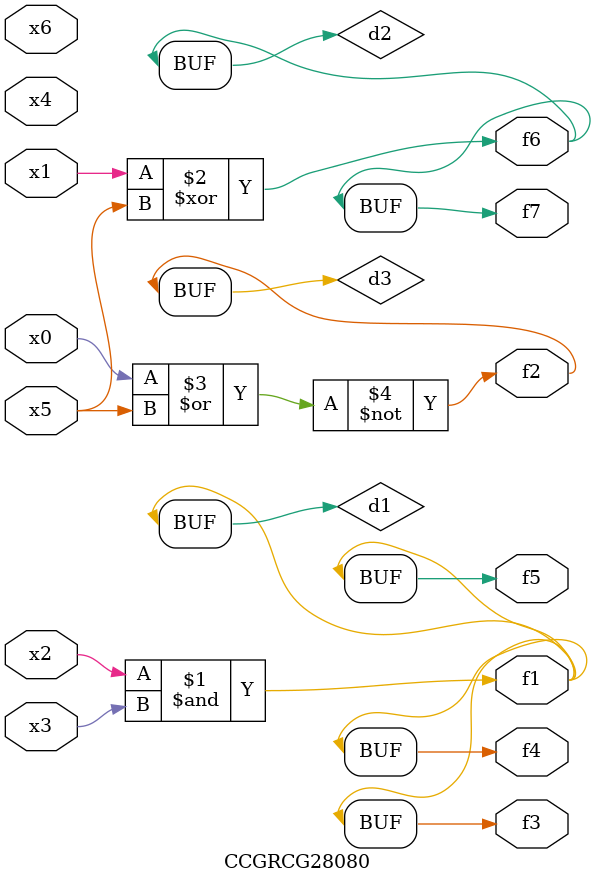
<source format=v>
module CCGRCG28080(
	input x0, x1, x2, x3, x4, x5, x6,
	output f1, f2, f3, f4, f5, f6, f7
);

	wire d1, d2, d3;

	and (d1, x2, x3);
	xor (d2, x1, x5);
	nor (d3, x0, x5);
	assign f1 = d1;
	assign f2 = d3;
	assign f3 = d1;
	assign f4 = d1;
	assign f5 = d1;
	assign f6 = d2;
	assign f7 = d2;
endmodule

</source>
